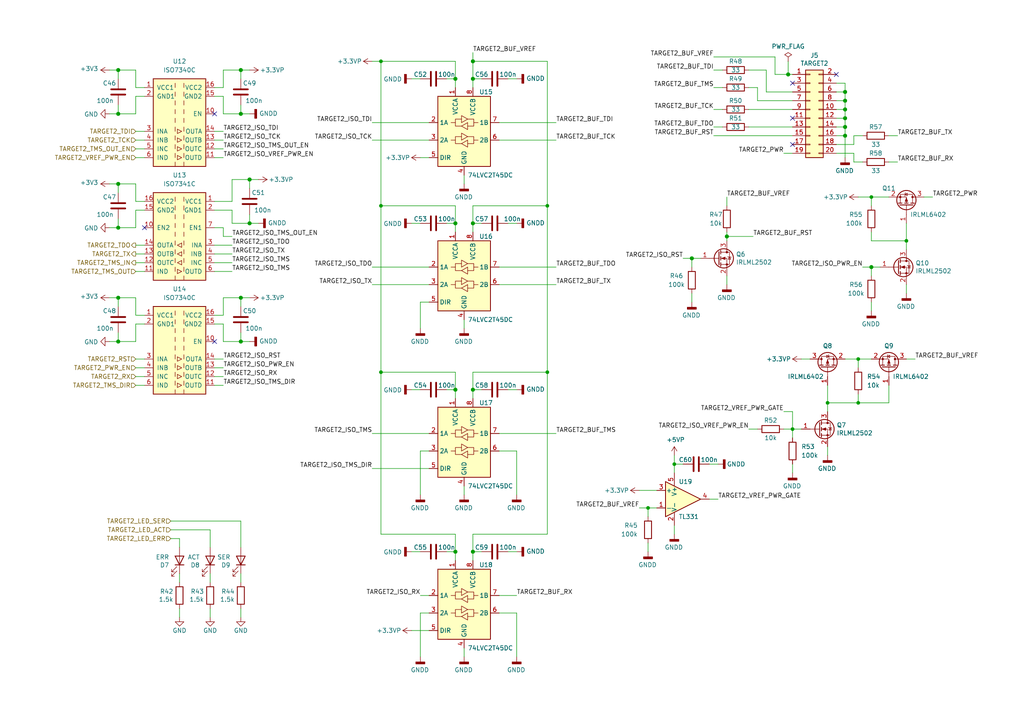
<source format=kicad_sch>
(kicad_sch (version 20210621) (generator eeschema)
  (paper "A4")
  (lib_symbols
    (symbol "Comparator:TL331" (pin_names (offset 0.127))
      (property "Reference" "U" (at 1.27 5.08 0))
      (property "Value" "TL331" (at 3.81 -5.08 0))
      (symbol "TL331_1_1"
        (pin input line (at -7.62 -2.54 0) (length 2.54) (name "-") (number "1"))
        (pin power_in line (at -2.54 -7.62 90) (length 3.81) (name "V-") (number "2"))
        (pin input line (at -7.62 2.54 0) (length 2.54) (name "+") (number "3"))
        (pin open_collector line (at 7.62 0 180) (length 2.54) (name "~") (number "4"))
        (pin power_in line (at -2.54 7.62 270) (length 3.81) (name "V+") (number "5"))
      )
    )
    (symbol "Connector_Generic:Conn_02x10_Odd_Even" (pin_names (offset 1.016) hide)
      (property "Reference" "J" (at 1.27 12.7 0))
      (property "Value" "Conn_02x10_Odd_Even" (at 1.27 -15.24 0))
      (symbol "Conn_02x10_Odd_Even_1_1"
        (pin passive line (at -5.08 10.16 0) (length 3.81) (name "Pin_1") (number "1"))
        (pin passive line (at 7.62 0 180) (length 3.81) (name "Pin_10") (number "10"))
        (pin passive line (at -5.08 -2.54 0) (length 3.81) (name "Pin_11") (number "11"))
        (pin passive line (at 7.62 -2.54 180) (length 3.81) (name "Pin_12") (number "12"))
        (pin passive line (at -5.08 -5.08 0) (length 3.81) (name "Pin_13") (number "13"))
        (pin passive line (at 7.62 -5.08 180) (length 3.81) (name "Pin_14") (number "14"))
        (pin passive line (at -5.08 -7.62 0) (length 3.81) (name "Pin_15") (number "15"))
        (pin passive line (at 7.62 -7.62 180) (length 3.81) (name "Pin_16") (number "16"))
        (pin passive line (at -5.08 -10.16 0) (length 3.81) (name "Pin_17") (number "17"))
        (pin passive line (at 7.62 -10.16 180) (length 3.81) (name "Pin_18") (number "18"))
        (pin passive line (at -5.08 -12.7 0) (length 3.81) (name "Pin_19") (number "19"))
        (pin passive line (at 7.62 10.16 180) (length 3.81) (name "Pin_2") (number "2"))
        (pin passive line (at 7.62 -12.7 180) (length 3.81) (name "Pin_20") (number "20"))
        (pin passive line (at -5.08 7.62 0) (length 3.81) (name "Pin_3") (number "3"))
        (pin passive line (at 7.62 7.62 180) (length 3.81) (name "Pin_4") (number "4"))
        (pin passive line (at -5.08 5.08 0) (length 3.81) (name "Pin_5") (number "5"))
        (pin passive line (at 7.62 5.08 180) (length 3.81) (name "Pin_6") (number "6"))
        (pin passive line (at -5.08 2.54 0) (length 3.81) (name "Pin_7") (number "7"))
        (pin passive line (at 7.62 2.54 180) (length 3.81) (name "Pin_8") (number "8"))
        (pin passive line (at -5.08 0 0) (length 3.81) (name "Pin_9") (number "9"))
      )
    )
    (symbol "Device:C" (pin_numbers hide) (pin_names (offset 0.254))
      (property "Reference" "C" (at 0.635 2.54 0))
      (property "Value" "C" (at 0.635 -2.54 0))
      (symbol "C_1_1"
        (pin passive line (at 0 3.81 270) (length 2.794) (name "~") (number "1"))
        (pin passive line (at 0 -3.81 90) (length 2.794) (name "~") (number "2"))
      )
    )
    (symbol "Device:LED" (pin_numbers hide) (pin_names (offset 1.016) hide)
      (property "Reference" "D" (at 0 2.54 0))
      (property "Value" "LED" (at 0 -2.54 0))
      (symbol "LED_1_1"
        (pin passive line (at -3.81 0 0) (length 2.54) (name "K") (number "1"))
        (pin passive line (at 3.81 0 180) (length 2.54) (name "A") (number "2"))
      )
    )
    (symbol "Device:Q_NMOS_GSD" (pin_names (offset 0) hide)
      (property "Reference" "Q" (at 5.08 1.27 0))
      (property "Value" "Q_NMOS_GSD" (at 5.08 -1.27 0))
      (symbol "Q_NMOS_GSD_1_1"
        (pin input line (at -5.08 0 0) (length 2.54) (name "G") (number "1"))
        (pin passive line (at 2.54 -5.08 90) (length 2.54) (name "S") (number "2"))
        (pin passive line (at 2.54 5.08 270) (length 2.54) (name "D") (number "3"))
      )
    )
    (symbol "Device:R" (pin_numbers hide) (pin_names (offset 0))
      (property "Reference" "R" (at 2.032 0 90))
      (property "Value" "R" (at 0 0 90))
      (symbol "R_1_1"
        (pin passive line (at 0 3.81 270) (length 1.27) (name "~") (number "1"))
        (pin passive line (at 0 -3.81 90) (length 1.27) (name "~") (number "2"))
      )
    )
    (symbol "Isolator:ISO7340C" (pin_names (offset 1.016))
      (property "Reference" "U" (at 0 15.875 0))
      (property "Value" "ISO7340C" (at 0 13.97 0))
      (symbol "ISO7340C_1_1"
        (pin power_in line (at -10.16 10.16 0) (length 2.54) (name "VCC1") (number "1"))
        (pin input line (at 10.16 2.54 180) (length 2.54) (name "EN") (number "10"))
        (pin output line (at 10.16 -10.16 180) (length 2.54) (name "OUTD") (number "11"))
        (pin output line (at 10.16 -7.62 180) (length 2.54) (name "OUTC") (number "12"))
        (pin output line (at 10.16 -5.08 180) (length 2.54) (name "OUTB") (number "13"))
        (pin output line (at 10.16 -2.54 180) (length 2.54) (name "OUTA") (number "14"))
        (pin power_in line (at 10.16 7.62 180) (length 2.54) (name "GND2") (number "15"))
        (pin power_in line (at 10.16 10.16 180) (length 2.54) (name "VCC2") (number "16"))
        (pin power_in line (at -10.16 7.62 0) (length 2.54) (name "GND1") (number "2"))
        (pin input line (at -10.16 -2.54 0) (length 2.54) (name "INA") (number "3"))
        (pin input line (at -10.16 -5.08 0) (length 2.54) (name "INB") (number "4"))
        (pin input line (at -10.16 -7.62 0) (length 2.54) (name "INC") (number "5"))
        (pin input line (at -10.16 -10.16 0) (length 2.54) (name "IND") (number "6"))
        (pin passive line (at -10.16 7.62 0) (length 2.54) hide (name "GND1") (number "8"))
        (pin passive line (at 10.16 7.62 180) (length 2.54) hide (name "GND2") (number "9"))
      )
    )
    (symbol "Isolator:ISO7341C" (pin_names (offset 1.016))
      (property "Reference" "U" (at 0 15.875 0))
      (property "Value" "ISO7341C" (at 0 13.97 0))
      (symbol "ISO7341C_1_1"
        (pin power_in line (at -10.16 10.16 0) (length 2.54) (name "VCC1") (number "1"))
        (pin input line (at 10.16 2.54 180) (length 2.54) (name "EN2") (number "10"))
        (pin input line (at 10.16 -10.16 180) (length 2.54) (name "IND") (number "11"))
        (pin output line (at 10.16 -7.62 180) (length 2.54) (name "OUTC") (number "12"))
        (pin output line (at 10.16 -5.08 180) (length 2.54) (name "OUTB") (number "13"))
        (pin output line (at 10.16 -2.54 180) (length 2.54) (name "OUTA") (number "14"))
        (pin power_in line (at 10.16 7.62 180) (length 2.54) (name "GND2") (number "15"))
        (pin power_in line (at 10.16 10.16 180) (length 2.54) (name "VCC2") (number "16"))
        (pin power_in line (at -10.16 7.62 0) (length 2.54) (name "GND1") (number "2"))
        (pin input line (at -10.16 -2.54 0) (length 2.54) (name "INA") (number "3"))
        (pin input line (at -10.16 -5.08 0) (length 2.54) (name "INB") (number "4"))
        (pin input line (at -10.16 -7.62 0) (length 2.54) (name "INC") (number "5"))
        (pin output line (at -10.16 -10.16 0) (length 2.54) (name "OUTD") (number "6"))
        (pin input line (at -10.16 2.54 0) (length 2.54) (name "EN1") (number "7"))
        (pin passive line (at -10.16 7.62 0) (length 2.54) hide (name "GND1") (number "8"))
        (pin passive line (at 10.16 7.62 180) (length 2.54) hide (name "GND2") (number "9"))
      )
    )
    (symbol "Logic_LevelTranslator:74LVC2T45DC"
      (property "Reference" "U" (at 6.35 -11.43 0))
      (property "Value" "74LVC2T45DC" (at 10.16 11.43 0))
      (symbol "74LVC2T45DC_1_1"
        (pin power_in line (at -2.54 12.7 270) (length 2.54) (name "VCCA") (number "1"))
        (pin bidirectional line (at -10.16 2.54 0) (length 2.54) (name "1A") (number "2"))
        (pin bidirectional line (at -10.16 -2.54 0) (length 2.54) (name "2A") (number "3"))
        (pin power_in line (at 0 -12.7 90) (length 2.54) (name "GND") (number "4"))
        (pin input line (at -10.16 -7.62 0) (length 2.54) (name "DIR") (number "5"))
        (pin bidirectional line (at 10.16 -2.54 180) (length 2.54) (name "2B") (number "6"))
        (pin bidirectional line (at 10.16 2.54 180) (length 2.54) (name "1B") (number "7"))
        (pin power_in line (at 2.54 12.7 270) (length 2.54) (name "VCCB") (number "8"))
      )
    )
    (symbol "Transistor_FET:IRLML6402" (pin_names hide)
      (property "Reference" "Q" (at 5.08 1.905 0))
      (property "Value" "IRLML6402" (at 5.08 0 0))
      (symbol "IRLML6402_1_1"
        (pin input line (at -5.08 0 0) (length 2.54) (name "G") (number "1"))
        (pin passive line (at 2.54 -5.08 90) (length 2.54) (name "S") (number "2"))
        (pin passive line (at 2.54 5.08 270) (length 2.54) (name "D") (number "3"))
      )
    )
    (symbol "power:+3.3VP" (power) (pin_names (offset 0))
      (property "Value" "+3.3VP" (at 0 2.54 0))
      (symbol "+3.3VP_0_0"
        (pin power_in line (at 0 0 90) (length 0) hide (name "+3.3VP") (number "1"))
      )
    )
    (symbol "power:+3V3" (power) (pin_names (offset 0))
      (property "Value" "+3V3" (at 0 3.556 0))
      (symbol "+3V3_1_1"
        (pin power_in line (at 0 0 90) (length 0) hide (name "+3V3") (number "1"))
      )
    )
    (symbol "power:+5VP" (power) (pin_names (offset 0))
      (property "Value" "+5VP" (at 0 3.556 0))
      (symbol "+5VP_1_1"
        (pin power_in line (at 0 0 90) (length 0) hide (name "+5VP") (number "1"))
      )
    )
    (symbol "power:GND" (power) (pin_names (offset 0))
      (property "Value" "GND" (at 0 -3.81 0))
      (symbol "GND_1_1"
        (pin power_in line (at 0 0 270) (length 0) hide (name "GND") (number "1"))
      )
    )
    (symbol "power:GNDD" (power) (pin_names (offset 0))
      (property "Value" "GNDD" (at 0 -3.175 0))
      (symbol "GNDD_1_1"
        (pin power_in line (at 0 0 270) (length 0) hide (name "GNDD") (number "1"))
      )
    )
    (symbol "power:PWR_FLAG" (power) (pin_numbers hide) (pin_names (offset 0) hide)
      (property "Value" "PWR_FLAG" (at 0 3.81 0))
      (symbol "PWR_FLAG_0_0"
        (pin power_out line (at 0 0 90) (length 0) (name "pwr") (number "1"))
      )
    )
  )
  (junction (at 34.29 20.32) (diameter 1.016))
  (junction (at 34.29 33.02) (diameter 1.016))
  (junction (at 34.29 53.34) (diameter 1.016))
  (junction (at 34.29 66.04) (diameter 1.016))
  (junction (at 34.29 86.36) (diameter 1.016))
  (junction (at 34.29 99.06) (diameter 1.016))
  (junction (at 69.85 20.32) (diameter 1.016))
  (junction (at 69.85 33.02) (diameter 1.016))
  (junction (at 69.85 86.36) (diameter 1.016))
  (junction (at 69.85 99.06) (diameter 1.016))
  (junction (at 72.39 52.07) (diameter 1.016))
  (junction (at 72.39 64.77) (diameter 1.016))
  (junction (at 110.49 17.78) (diameter 0.9144))
  (junction (at 110.49 59.69) (diameter 0.9144))
  (junction (at 110.49 107.95) (diameter 0.9144))
  (junction (at 132.08 22.86) (diameter 1.016))
  (junction (at 132.08 64.77) (diameter 1.016))
  (junction (at 132.08 113.03) (diameter 1.016))
  (junction (at 132.08 160.02) (diameter 1.016))
  (junction (at 137.16 17.78) (diameter 1.016))
  (junction (at 137.16 22.86) (diameter 1.016))
  (junction (at 137.16 64.77) (diameter 1.016))
  (junction (at 137.16 113.03) (diameter 1.016))
  (junction (at 137.16 160.02) (diameter 1.016))
  (junction (at 158.75 59.69) (diameter 0.9144))
  (junction (at 158.75 107.95) (diameter 0.9144))
  (junction (at 187.96 147.32) (diameter 0.9144))
  (junction (at 195.58 134.62) (diameter 0.9144))
  (junction (at 200.66 74.93) (diameter 1.016))
  (junction (at 210.82 68.58) (diameter 1.016))
  (junction (at 228.6 21.59) (diameter 1.016))
  (junction (at 229.87 124.46) (diameter 0.9144))
  (junction (at 240.03 116.84) (diameter 0.9144))
  (junction (at 245.11 26.67) (diameter 1.016))
  (junction (at 245.11 29.21) (diameter 1.016))
  (junction (at 245.11 31.75) (diameter 1.016))
  (junction (at 245.11 34.29) (diameter 1.016))
  (junction (at 245.11 36.83) (diameter 1.016))
  (junction (at 245.11 39.37) (diameter 1.016))
  (junction (at 248.92 104.14) (diameter 0.9144))
  (junction (at 248.92 116.84) (diameter 0.9144))
  (junction (at 252.73 57.15) (diameter 0.9144))
  (junction (at 252.73 77.47) (diameter 1.016))
  (junction (at 262.89 69.85) (diameter 0.9144))
  (no_connect (at 41.91 66.04))
  (no_connect (at 62.23 33.02))
  (no_connect (at 62.23 99.06))
  (no_connect (at 229.87 24.13))
  (no_connect (at 229.87 34.29))
  (no_connect (at 229.87 41.91))
  (no_connect (at 242.57 21.59))
  (wire (pts (xy 31.75 20.32) (xy 34.29 20.32)))
  (wire (pts (xy 31.75 33.02) (xy 34.29 33.02)))
  (wire (pts (xy 31.75 53.34) (xy 34.29 53.34)))
  (wire (pts (xy 31.75 66.04) (xy 34.29 66.04)))
  (wire (pts (xy 31.75 86.36) (xy 34.29 86.36)))
  (wire (pts (xy 31.75 99.06) (xy 34.29 99.06)))
  (wire (pts (xy 34.29 20.32) (xy 39.37 20.32)))
  (wire (pts (xy 34.29 22.86) (xy 34.29 20.32)))
  (wire (pts (xy 34.29 30.48) (xy 34.29 33.02)))
  (wire (pts (xy 34.29 33.02) (xy 39.37 33.02)))
  (wire (pts (xy 34.29 53.34) (xy 39.37 53.34)))
  (wire (pts (xy 34.29 55.88) (xy 34.29 53.34)))
  (wire (pts (xy 34.29 63.5) (xy 34.29 66.04)))
  (wire (pts (xy 34.29 66.04) (xy 39.37 66.04)))
  (wire (pts (xy 34.29 86.36) (xy 39.37 86.36)))
  (wire (pts (xy 34.29 88.9) (xy 34.29 86.36)))
  (wire (pts (xy 34.29 96.52) (xy 34.29 99.06)))
  (wire (pts (xy 34.29 99.06) (xy 39.37 99.06)))
  (wire (pts (xy 39.37 20.32) (xy 39.37 25.4)))
  (wire (pts (xy 39.37 25.4) (xy 41.91 25.4)))
  (wire (pts (xy 39.37 27.94) (xy 41.91 27.94)))
  (wire (pts (xy 39.37 33.02) (xy 39.37 27.94)))
  (wire (pts (xy 39.37 38.1) (xy 41.91 38.1)))
  (wire (pts (xy 39.37 40.64) (xy 41.91 40.64)))
  (wire (pts (xy 39.37 43.18) (xy 41.91 43.18)))
  (wire (pts (xy 39.37 45.72) (xy 41.91 45.72)))
  (wire (pts (xy 39.37 53.34) (xy 39.37 58.42)))
  (wire (pts (xy 39.37 58.42) (xy 41.91 58.42)))
  (wire (pts (xy 39.37 60.96) (xy 41.91 60.96)))
  (wire (pts (xy 39.37 66.04) (xy 39.37 60.96)))
  (wire (pts (xy 39.37 71.12) (xy 41.91 71.12)))
  (wire (pts (xy 39.37 73.66) (xy 41.91 73.66)))
  (wire (pts (xy 39.37 76.2) (xy 41.91 76.2)))
  (wire (pts (xy 39.37 78.74) (xy 41.91 78.74)))
  (wire (pts (xy 39.37 86.36) (xy 39.37 91.44)))
  (wire (pts (xy 39.37 91.44) (xy 41.91 91.44)))
  (wire (pts (xy 39.37 93.98) (xy 41.91 93.98)))
  (wire (pts (xy 39.37 99.06) (xy 39.37 93.98)))
  (wire (pts (xy 39.37 104.14) (xy 41.91 104.14)))
  (wire (pts (xy 39.37 106.68) (xy 41.91 106.68)))
  (wire (pts (xy 39.37 109.22) (xy 41.91 109.22)))
  (wire (pts (xy 39.37 111.76) (xy 41.91 111.76)))
  (wire (pts (xy 49.53 151.13) (xy 69.85 151.13)))
  (wire (pts (xy 49.53 153.67) (xy 60.96 153.67)))
  (wire (pts (xy 49.53 156.21) (xy 52.07 156.21)))
  (wire (pts (xy 52.07 158.75) (xy 52.07 156.21)))
  (wire (pts (xy 52.07 166.37) (xy 52.07 168.91)))
  (wire (pts (xy 52.07 176.53) (xy 52.07 179.07)))
  (wire (pts (xy 60.96 158.75) (xy 60.96 153.67)))
  (wire (pts (xy 60.96 166.37) (xy 60.96 168.91)))
  (wire (pts (xy 60.96 176.53) (xy 60.96 179.07)))
  (wire (pts (xy 62.23 38.1) (xy 64.77 38.1)))
  (wire (pts (xy 62.23 40.64) (xy 64.77 40.64)))
  (wire (pts (xy 62.23 43.18) (xy 64.77 43.18)))
  (wire (pts (xy 62.23 45.72) (xy 64.77 45.72)))
  (wire (pts (xy 62.23 58.42) (xy 67.31 58.42)))
  (wire (pts (xy 62.23 60.96) (xy 67.31 60.96)))
  (wire (pts (xy 62.23 66.04) (xy 64.77 66.04)))
  (wire (pts (xy 62.23 71.12) (xy 67.31 71.12)))
  (wire (pts (xy 62.23 73.66) (xy 67.31 73.66)))
  (wire (pts (xy 62.23 76.2) (xy 67.31 76.2)))
  (wire (pts (xy 62.23 78.74) (xy 67.31 78.74)))
  (wire (pts (xy 62.23 104.14) (xy 64.77 104.14)))
  (wire (pts (xy 62.23 106.68) (xy 64.77 106.68)))
  (wire (pts (xy 62.23 109.22) (xy 64.77 109.22)))
  (wire (pts (xy 62.23 111.76) (xy 64.77 111.76)))
  (wire (pts (xy 64.77 20.32) (xy 64.77 25.4)))
  (wire (pts (xy 64.77 25.4) (xy 62.23 25.4)))
  (wire (pts (xy 64.77 27.94) (xy 62.23 27.94)))
  (wire (pts (xy 64.77 33.02) (xy 64.77 27.94)))
  (wire (pts (xy 64.77 66.04) (xy 64.77 68.58)))
  (wire (pts (xy 64.77 68.58) (xy 67.31 68.58)))
  (wire (pts (xy 64.77 86.36) (xy 64.77 91.44)))
  (wire (pts (xy 64.77 91.44) (xy 62.23 91.44)))
  (wire (pts (xy 64.77 93.98) (xy 62.23 93.98)))
  (wire (pts (xy 64.77 99.06) (xy 64.77 93.98)))
  (wire (pts (xy 67.31 52.07) (xy 67.31 58.42)))
  (wire (pts (xy 67.31 64.77) (xy 67.31 60.96)))
  (wire (pts (xy 69.85 20.32) (xy 64.77 20.32)))
  (wire (pts (xy 69.85 22.86) (xy 69.85 20.32)))
  (wire (pts (xy 69.85 30.48) (xy 69.85 33.02)))
  (wire (pts (xy 69.85 33.02) (xy 64.77 33.02)))
  (wire (pts (xy 69.85 86.36) (xy 64.77 86.36)))
  (wire (pts (xy 69.85 88.9) (xy 69.85 86.36)))
  (wire (pts (xy 69.85 96.52) (xy 69.85 99.06)))
  (wire (pts (xy 69.85 99.06) (xy 64.77 99.06)))
  (wire (pts (xy 69.85 151.13) (xy 69.85 158.75)))
  (wire (pts (xy 69.85 166.37) (xy 69.85 168.91)))
  (wire (pts (xy 69.85 176.53) (xy 69.85 179.07)))
  (wire (pts (xy 72.39 20.32) (xy 69.85 20.32)))
  (wire (pts (xy 72.39 33.02) (xy 69.85 33.02)))
  (wire (pts (xy 72.39 52.07) (xy 67.31 52.07)))
  (wire (pts (xy 72.39 54.61) (xy 72.39 52.07)))
  (wire (pts (xy 72.39 62.23) (xy 72.39 64.77)))
  (wire (pts (xy 72.39 64.77) (xy 67.31 64.77)))
  (wire (pts (xy 72.39 86.36) (xy 69.85 86.36)))
  (wire (pts (xy 72.39 99.06) (xy 69.85 99.06)))
  (wire (pts (xy 74.93 52.07) (xy 72.39 52.07)))
  (wire (pts (xy 74.93 64.77) (xy 72.39 64.77)))
  (wire (pts (xy 107.95 17.78) (xy 110.49 17.78)))
  (wire (pts (xy 107.95 35.56) (xy 124.46 35.56)))
  (wire (pts (xy 107.95 40.64) (xy 124.46 40.64)))
  (wire (pts (xy 107.95 77.47) (xy 124.46 77.47)))
  (wire (pts (xy 107.95 82.55) (xy 124.46 82.55)))
  (wire (pts (xy 107.95 125.73) (xy 124.46 125.73)))
  (wire (pts (xy 107.95 135.89) (xy 124.46 135.89)))
  (wire (pts (xy 110.49 17.78) (xy 132.08 17.78)))
  (wire (pts (xy 110.49 59.69) (xy 110.49 17.78)))
  (wire (pts (xy 110.49 59.69) (xy 110.49 107.95)))
  (wire (pts (xy 110.49 59.69) (xy 132.08 59.69)))
  (wire (pts (xy 110.49 107.95) (xy 110.49 154.94)))
  (wire (pts (xy 110.49 107.95) (xy 132.08 107.95)))
  (wire (pts (xy 110.49 154.94) (xy 132.08 154.94)))
  (wire (pts (xy 121.92 22.86) (xy 119.38 22.86)))
  (wire (pts (xy 121.92 64.77) (xy 119.38 64.77)))
  (wire (pts (xy 121.92 95.25) (xy 121.92 87.63)))
  (wire (pts (xy 121.92 113.03) (xy 119.38 113.03)))
  (wire (pts (xy 121.92 130.81) (xy 121.92 143.51)))
  (wire (pts (xy 121.92 160.02) (xy 119.38 160.02)))
  (wire (pts (xy 121.92 177.8) (xy 121.92 190.5)))
  (wire (pts (xy 124.46 45.72) (xy 121.92 45.72)))
  (wire (pts (xy 124.46 87.63) (xy 121.92 87.63)))
  (wire (pts (xy 124.46 130.81) (xy 121.92 130.81)))
  (wire (pts (xy 124.46 172.72) (xy 121.92 172.72)))
  (wire (pts (xy 124.46 177.8) (xy 121.92 177.8)))
  (wire (pts (xy 124.46 182.88) (xy 119.38 182.88)))
  (wire (pts (xy 129.54 22.86) (xy 132.08 22.86)))
  (wire (pts (xy 129.54 64.77) (xy 132.08 64.77)))
  (wire (pts (xy 129.54 113.03) (xy 132.08 113.03)))
  (wire (pts (xy 129.54 160.02) (xy 132.08 160.02)))
  (wire (pts (xy 132.08 17.78) (xy 132.08 22.86)))
  (wire (pts (xy 132.08 22.86) (xy 132.08 25.4)))
  (wire (pts (xy 132.08 64.77) (xy 132.08 59.69)))
  (wire (pts (xy 132.08 64.77) (xy 132.08 67.31)))
  (wire (pts (xy 132.08 107.95) (xy 132.08 113.03)))
  (wire (pts (xy 132.08 113.03) (xy 132.08 115.57)))
  (wire (pts (xy 132.08 154.94) (xy 132.08 160.02)))
  (wire (pts (xy 132.08 160.02) (xy 132.08 162.56)))
  (wire (pts (xy 134.62 53.34) (xy 134.62 50.8)))
  (wire (pts (xy 134.62 95.25) (xy 134.62 92.71)))
  (wire (pts (xy 134.62 143.51) (xy 134.62 140.97)))
  (wire (pts (xy 134.62 190.5) (xy 134.62 187.96)))
  (wire (pts (xy 137.16 15.24) (xy 137.16 17.78)))
  (wire (pts (xy 137.16 17.78) (xy 137.16 22.86)))
  (wire (pts (xy 137.16 22.86) (xy 137.16 25.4)))
  (wire (pts (xy 137.16 59.69) (xy 158.75 59.69)))
  (wire (pts (xy 137.16 64.77) (xy 137.16 59.69)))
  (wire (pts (xy 137.16 64.77) (xy 137.16 67.31)))
  (wire (pts (xy 137.16 107.95) (xy 137.16 113.03)))
  (wire (pts (xy 137.16 107.95) (xy 158.75 107.95)))
  (wire (pts (xy 137.16 113.03) (xy 137.16 115.57)))
  (wire (pts (xy 137.16 154.94) (xy 137.16 160.02)))
  (wire (pts (xy 137.16 160.02) (xy 137.16 162.56)))
  (wire (pts (xy 139.7 22.86) (xy 137.16 22.86)))
  (wire (pts (xy 139.7 64.77) (xy 137.16 64.77)))
  (wire (pts (xy 139.7 113.03) (xy 137.16 113.03)))
  (wire (pts (xy 139.7 160.02) (xy 137.16 160.02)))
  (wire (pts (xy 144.78 35.56) (xy 161.29 35.56)))
  (wire (pts (xy 144.78 40.64) (xy 161.29 40.64)))
  (wire (pts (xy 144.78 77.47) (xy 161.29 77.47)))
  (wire (pts (xy 144.78 82.55) (xy 161.29 82.55)))
  (wire (pts (xy 144.78 125.73) (xy 161.29 125.73)))
  (wire (pts (xy 144.78 130.81) (xy 149.86 130.81)))
  (wire (pts (xy 144.78 172.72) (xy 149.86 172.72)))
  (wire (pts (xy 144.78 177.8) (xy 149.86 177.8)))
  (wire (pts (xy 147.32 22.86) (xy 149.86 22.86)))
  (wire (pts (xy 147.32 64.77) (xy 149.86 64.77)))
  (wire (pts (xy 147.32 113.03) (xy 149.86 113.03)))
  (wire (pts (xy 147.32 160.02) (xy 149.86 160.02)))
  (wire (pts (xy 149.86 130.81) (xy 149.86 143.51)))
  (wire (pts (xy 149.86 177.8) (xy 149.86 190.5)))
  (wire (pts (xy 158.75 17.78) (xy 137.16 17.78)))
  (wire (pts (xy 158.75 59.69) (xy 158.75 17.78)))
  (wire (pts (xy 158.75 59.69) (xy 158.75 107.95)))
  (wire (pts (xy 158.75 107.95) (xy 158.75 154.94)))
  (wire (pts (xy 158.75 154.94) (xy 137.16 154.94)))
  (wire (pts (xy 185.42 142.24) (xy 190.5 142.24)))
  (wire (pts (xy 185.42 147.32) (xy 187.96 147.32)))
  (wire (pts (xy 187.96 147.32) (xy 187.96 149.86)))
  (wire (pts (xy 187.96 147.32) (xy 190.5 147.32)))
  (wire (pts (xy 187.96 157.48) (xy 187.96 160.02)))
  (wire (pts (xy 195.58 132.08) (xy 195.58 134.62)))
  (wire (pts (xy 195.58 134.62) (xy 195.58 137.16)))
  (wire (pts (xy 195.58 152.4) (xy 195.58 154.94)))
  (wire (pts (xy 198.12 134.62) (xy 195.58 134.62)))
  (wire (pts (xy 200.66 74.93) (xy 198.12 74.93)))
  (wire (pts (xy 200.66 74.93) (xy 203.2 74.93)))
  (wire (pts (xy 200.66 77.47) (xy 200.66 74.93)))
  (wire (pts (xy 200.66 87.63) (xy 200.66 85.09)))
  (wire (pts (xy 205.74 134.62) (xy 208.28 134.62)))
  (wire (pts (xy 205.74 144.78) (xy 208.28 144.78)))
  (wire (pts (xy 207.01 16.51) (xy 224.79 16.51)))
  (wire (pts (xy 207.01 20.32) (xy 209.55 20.32)))
  (wire (pts (xy 207.01 25.4) (xy 209.55 25.4)))
  (wire (pts (xy 207.01 31.75) (xy 209.55 31.75)))
  (wire (pts (xy 207.01 36.83) (xy 209.55 36.83)))
  (wire (pts (xy 207.01 39.37) (xy 229.87 39.37)))
  (wire (pts (xy 210.82 57.15) (xy 210.82 59.69)))
  (wire (pts (xy 210.82 67.31) (xy 210.82 68.58)))
  (wire (pts (xy 210.82 68.58) (xy 210.82 69.85)))
  (wire (pts (xy 210.82 68.58) (xy 218.44 68.58)))
  (wire (pts (xy 210.82 82.55) (xy 210.82 80.01)))
  (wire (pts (xy 217.17 25.4) (xy 219.71 25.4)))
  (wire (pts (xy 217.17 31.75) (xy 229.87 31.75)))
  (wire (pts (xy 217.17 36.83) (xy 229.87 36.83)))
  (wire (pts (xy 217.17 124.46) (xy 219.71 124.46)))
  (wire (pts (xy 219.71 25.4) (xy 219.71 29.21)))
  (wire (pts (xy 219.71 29.21) (xy 229.87 29.21)))
  (wire (pts (xy 222.25 20.32) (xy 217.17 20.32)))
  (wire (pts (xy 222.25 26.67) (xy 222.25 20.32)))
  (wire (pts (xy 222.25 26.67) (xy 229.87 26.67)))
  (wire (pts (xy 224.79 21.59) (xy 224.79 16.51)))
  (wire (pts (xy 224.79 21.59) (xy 228.6 21.59)))
  (wire (pts (xy 227.33 119.38) (xy 229.87 119.38)))
  (wire (pts (xy 227.33 124.46) (xy 229.87 124.46)))
  (wire (pts (xy 228.6 17.78) (xy 228.6 21.59)))
  (wire (pts (xy 229.87 21.59) (xy 228.6 21.59)))
  (wire (pts (xy 229.87 44.45) (xy 227.33 44.45)))
  (wire (pts (xy 229.87 124.46) (xy 229.87 119.38)))
  (wire (pts (xy 229.87 124.46) (xy 229.87 127)))
  (wire (pts (xy 229.87 124.46) (xy 232.41 124.46)))
  (wire (pts (xy 229.87 134.62) (xy 229.87 137.16)))
  (wire (pts (xy 232.41 104.14) (xy 234.95 104.14)))
  (wire (pts (xy 240.03 111.76) (xy 240.03 116.84)))
  (wire (pts (xy 240.03 116.84) (xy 248.92 116.84)))
  (wire (pts (xy 240.03 119.38) (xy 240.03 116.84)))
  (wire (pts (xy 240.03 129.54) (xy 240.03 132.08)))
  (wire (pts (xy 242.57 24.13) (xy 245.11 24.13)))
  (wire (pts (xy 242.57 26.67) (xy 245.11 26.67)))
  (wire (pts (xy 242.57 29.21) (xy 245.11 29.21)))
  (wire (pts (xy 242.57 31.75) (xy 245.11 31.75)))
  (wire (pts (xy 242.57 34.29) (xy 245.11 34.29)))
  (wire (pts (xy 242.57 36.83) (xy 245.11 36.83)))
  (wire (pts (xy 242.57 39.37) (xy 245.11 39.37)))
  (wire (pts (xy 242.57 41.91) (xy 247.65 41.91)))
  (wire (pts (xy 242.57 44.45) (xy 247.65 44.45)))
  (wire (pts (xy 245.11 24.13) (xy 245.11 26.67)))
  (wire (pts (xy 245.11 26.67) (xy 245.11 29.21)))
  (wire (pts (xy 245.11 29.21) (xy 245.11 31.75)))
  (wire (pts (xy 245.11 31.75) (xy 245.11 34.29)))
  (wire (pts (xy 245.11 34.29) (xy 245.11 36.83)))
  (wire (pts (xy 245.11 36.83) (xy 245.11 39.37)))
  (wire (pts (xy 245.11 39.37) (xy 245.11 45.72)))
  (wire (pts (xy 245.11 104.14) (xy 248.92 104.14)))
  (wire (pts (xy 247.65 39.37) (xy 250.19 39.37)))
  (wire (pts (xy 247.65 41.91) (xy 247.65 39.37)))
  (wire (pts (xy 247.65 44.45) (xy 247.65 46.99)))
  (wire (pts (xy 247.65 46.99) (xy 250.19 46.99)))
  (wire (pts (xy 248.92 57.15) (xy 252.73 57.15)))
  (wire (pts (xy 248.92 104.14) (xy 248.92 106.68)))
  (wire (pts (xy 248.92 104.14) (xy 252.73 104.14)))
  (wire (pts (xy 248.92 114.3) (xy 248.92 116.84)))
  (wire (pts (xy 248.92 116.84) (xy 257.81 116.84)))
  (wire (pts (xy 252.73 57.15) (xy 252.73 59.69)))
  (wire (pts (xy 252.73 57.15) (xy 257.81 57.15)))
  (wire (pts (xy 252.73 67.31) (xy 252.73 69.85)))
  (wire (pts (xy 252.73 69.85) (xy 262.89 69.85)))
  (wire (pts (xy 252.73 77.47) (xy 250.19 77.47)))
  (wire (pts (xy 252.73 77.47) (xy 255.27 77.47)))
  (wire (pts (xy 252.73 80.01) (xy 252.73 77.47)))
  (wire (pts (xy 252.73 90.17) (xy 252.73 87.63)))
  (wire (pts (xy 257.81 39.37) (xy 260.35 39.37)))
  (wire (pts (xy 257.81 46.99) (xy 260.35 46.99)))
  (wire (pts (xy 257.81 116.84) (xy 257.81 111.76)))
  (wire (pts (xy 262.89 69.85) (xy 262.89 64.77)))
  (wire (pts (xy 262.89 69.85) (xy 262.89 72.39)))
  (wire (pts (xy 262.89 85.09) (xy 262.89 82.55)))
  (wire (pts (xy 262.89 104.14) (xy 265.43 104.14)))
  (wire (pts (xy 267.97 57.15) (xy 270.51 57.15)))
  (label "TARGET2_ISO_TDI" (at 64.77 38.1 0))
  (label "TARGET2_ISO_TCK" (at 64.77 40.64 0))
  (label "TARGET2_ISO_TMS_OUT_EN" (at 64.77 43.18 0))
  (label "TARGET2_ISO_VREF_PWR_EN" (at 64.77 45.72 0))
  (label "TARGET2_ISO_RST" (at 64.77 104.14 0))
  (label "TARGET2_ISO_PWR_EN" (at 64.77 106.68 0))
  (label "TARGET2_ISO_RX" (at 64.77 109.22 0))
  (label "TARGET2_ISO_TMS_DIR" (at 64.77 111.76 0))
  (label "TARGET2_ISO_TMS_OUT_EN" (at 67.31 68.58 0))
  (label "TARGET2_ISO_TDO" (at 67.31 71.12 0))
  (label "TARGET2_ISO_TX" (at 67.31 73.66 0))
  (label "TARGET2_ISO_TMS" (at 67.31 76.2 0))
  (label "TARGET2_ISO_TMS" (at 67.31 78.74 0))
  (label "TARGET2_ISO_TDI" (at 107.95 35.56 180))
  (label "TARGET2_ISO_TCK" (at 107.95 40.64 180))
  (label "TARGET2_ISO_TDO" (at 107.95 77.47 180))
  (label "TARGET2_ISO_TX" (at 107.95 82.55 180))
  (label "TARGET2_ISO_TMS" (at 107.95 125.73 180))
  (label "TARGET2_ISO_TMS_DIR" (at 107.95 135.89 180))
  (label "TARGET2_ISO_RX" (at 121.92 172.72 180))
  (label "TARGET2_BUF_VREF" (at 137.16 15.24 0))
  (label "TARGET2_BUF_RX" (at 149.86 172.72 0))
  (label "TARGET2_BUF_TDI" (at 161.29 35.56 0))
  (label "TARGET2_BUF_TCK" (at 161.29 40.64 0))
  (label "TARGET2_BUF_TDO" (at 161.29 77.47 0))
  (label "TARGET2_BUF_TX" (at 161.29 82.55 0))
  (label "TARGET2_BUF_TMS" (at 161.29 125.73 0))
  (label "TARGET2_BUF_VREF" (at 185.42 147.32 180))
  (label "TARGET2_ISO_RST" (at 198.12 74.93 180))
  (label "TARGET2_BUF_VREF" (at 207.01 16.51 180))
  (label "TARGET2_BUF_TDI" (at 207.01 20.32 180))
  (label "TARGET2_BUF_TMS" (at 207.01 25.4 180))
  (label "TARGET2_BUF_TCK" (at 207.01 31.75 180))
  (label "TARGET2_BUF_TDO" (at 207.01 36.83 180))
  (label "TARGET2_BUF_RST" (at 207.01 39.37 180))
  (label "TARGET2_VREF_PWR_GATE" (at 208.28 144.78 0))
  (label "TARGET2_BUF_VREF" (at 210.82 57.15 0))
  (label "TARGET2_ISO_VREF_PWR_EN" (at 217.17 124.46 180))
  (label "TARGET2_BUF_RST" (at 218.44 68.58 0))
  (label "TARGET2_PWR" (at 227.33 44.45 180))
  (label "TARGET2_VREF_PWR_GATE" (at 227.33 119.38 180))
  (label "TARGET2_ISO_PWR_EN" (at 250.19 77.47 180))
  (label "TARGET2_BUF_TX" (at 260.35 39.37 0))
  (label "TARGET2_BUF_RX" (at 260.35 46.99 0))
  (label "TARGET2_BUF_VREF" (at 265.43 104.14 0))
  (label "TARGET2_PWR" (at 270.51 57.15 0))
  (hierarchical_label "TARGET2_TDI" (shape input) (at 39.37 38.1 180))
  (hierarchical_label "TARGET2_TCK" (shape input) (at 39.37 40.64 180))
  (hierarchical_label "TARGET2_TMS_OUT_EN" (shape input) (at 39.37 43.18 180))
  (hierarchical_label "TARGET2_VREF_PWR_EN" (shape input) (at 39.37 45.72 180))
  (hierarchical_label "TARGET2_TDO" (shape output) (at 39.37 71.12 180))
  (hierarchical_label "TARGET2_TX" (shape output) (at 39.37 73.66 180))
  (hierarchical_label "TARGET2_TMS_IN" (shape output) (at 39.37 76.2 180))
  (hierarchical_label "TARGET2_TMS_OUT" (shape input) (at 39.37 78.74 180))
  (hierarchical_label "TARGET2_RST" (shape input) (at 39.37 104.14 180))
  (hierarchical_label "TARGET2_PWR_EN" (shape input) (at 39.37 106.68 180))
  (hierarchical_label "TARGET2_RX" (shape input) (at 39.37 109.22 180))
  (hierarchical_label "TARGET2_TMS_DIR" (shape input) (at 39.37 111.76 180))
  (hierarchical_label "TARGET2_LED_SER" (shape input) (at 49.53 151.13 180))
  (hierarchical_label "TARGET2_LED_ACT" (shape input) (at 49.53 153.67 180))
  (hierarchical_label "TARGET2_LED_ERR" (shape input) (at 49.53 156.21 180))
  (symbol (lib_id "power:+3V3") (at 31.75 20.32 90) (unit 1)
    (property "Reference" "#PWR0105" (effects hide))
    (property "Value" "+3V3" (at 28.4988 19.939 90) (effects (justify left)))
  )
  (symbol (lib_id "power:+3V3") (at 31.75 53.34 90) (unit 1)
    (property "Reference" "#PWR0107" (effects hide))
    (property "Value" "+3V3" (at 28.4988 52.959 90) (effects (justify left)))
  )
  (symbol (lib_id "power:+3V3") (at 31.75 86.36 90) (unit 1)
    (property "Reference" "#PWR0109" (effects hide))
    (property "Value" "+3V3" (at 28.4988 85.979 90) (effects (justify left)))
  )
  (symbol (lib_id "power:+3.3VP") (at 72.39 20.32 270) (unit 1)
    (property "Reference" "#PWR0114" (effects hide))
    (property "Value" "+3.3VP" (at 82.55 20.3201 90) (effects (justify right)))
  )
  (symbol (lib_id "power:+3.3VP") (at 72.39 86.36 270) (unit 1)
    (property "Reference" "#PWR0116" (effects hide))
    (property "Value" "+3.3VP" (at 82.55 86.3601 90) (effects (justify right)))
  )
  (symbol (lib_id "power:+3.3VP") (at 74.93 52.07 270) (unit 1)
    (property "Reference" "#PWR0118" (effects hide))
    (property "Value" "+3.3VP" (at 85.09 52.0701 90) (effects (justify right)))
  )
  (symbol (lib_id "power:+3.3VP") (at 107.95 17.78 90) (unit 1)
    (property "Reference" "#PWR0120" (effects hide))
    (property "Value" "+3.3VP" (at 97.79 17.7799 90) (effects (justify right)))
  )
  (symbol (lib_id "power:+3.3VP") (at 119.38 182.88 90) (unit 1)
    (property "Reference" "#PWR0125" (effects hide))
    (property "Value" "+3.3VP" (at 109.22 182.8799 90) (effects (justify right)))
  )
  (symbol (lib_id "power:+3.3VP") (at 121.92 45.72 90) (unit 1)
    (property "Reference" "#PWR0126" (effects hide))
    (property "Value" "+3.3VP" (at 111.76 45.7199 90) (effects (justify right)))
  )
  (symbol (lib_id "power:+3.3VP") (at 185.42 142.24 90) (unit 1)
    (property "Reference" "#PWR0140" (effects hide))
    (property "Value" "+3.3VP" (at 175.26 142.2399 90) (effects (justify right)))
  )
  (symbol (lib_id "power:+5VP") (at 195.58 132.08 0) (unit 1)
    (property "Reference" "#PWR0142" (effects hide))
    (property "Value" "+5VP" (at 195.961 127.5588 0))
  )
  (symbol (lib_id "power:+3.3VP") (at 232.41 104.14 90) (unit 1)
    (property "Reference" "#PWR0148" (effects hide))
    (property "Value" "+3.3VP" (at 222.25 104.1399 90) (effects (justify right)))
  )
  (symbol (lib_id "power:+3.3VP") (at 248.92 57.15 90) (unit 1)
    (property "Reference" "#PWR0151" (effects hide))
    (property "Value" "+3.3VP" (at 238.76 57.1499 90) (effects (justify right)))
  )
  (symbol (lib_id "power:PWR_FLAG") (at 228.6 17.78 0) (unit 1)
    (property "Reference" "#FLG05" (effects hide))
    (property "Value" "PWR_FLAG" (at 228.6 13.462 0))
  )
  (symbol (lib_id "power:GNDD") (at 72.39 33.02 90) (unit 1)
    (property "Reference" "#PWR0115" (effects hide))
    (property "Value" "GNDD" (at 75.184 32.9184 90) (effects (justify right)))
  )
  (symbol (lib_id "power:GNDD") (at 72.39 99.06 90) (unit 1)
    (property "Reference" "#PWR0117" (effects hide))
    (property "Value" "GNDD" (at 75.184 98.9584 90) (effects (justify right)))
  )
  (symbol (lib_id "power:GNDD") (at 74.93 64.77 90) (unit 1)
    (property "Reference" "#PWR0119" (effects hide))
    (property "Value" "GNDD" (at 77.724 64.6684 90) (effects (justify right)))
  )
  (symbol (lib_id "power:GNDD") (at 119.38 22.86 270) (unit 1)
    (property "Reference" "#PWR0121" (effects hide))
    (property "Value" "GNDD" (at 116.586 22.9616 90) (effects (justify right)))
  )
  (symbol (lib_id "power:GNDD") (at 119.38 64.77 270) (unit 1)
    (property "Reference" "#PWR0122" (effects hide))
    (property "Value" "GNDD" (at 116.586 64.8716 90) (effects (justify right)))
  )
  (symbol (lib_id "power:GNDD") (at 119.38 113.03 270) (unit 1)
    (property "Reference" "#PWR0123" (effects hide))
    (property "Value" "GNDD" (at 116.586 113.1316 90) (effects (justify right)))
  )
  (symbol (lib_id "power:GNDD") (at 119.38 160.02 270) (unit 1)
    (property "Reference" "#PWR0124" (effects hide))
    (property "Value" "GNDD" (at 116.586 160.1216 90) (effects (justify right)))
  )
  (symbol (lib_id "power:GNDD") (at 121.92 95.25 0) (unit 1)
    (property "Reference" "#PWR0127" (effects hide))
    (property "Value" "GNDD" (at 124.46 99.06 0) (effects (justify right)))
  )
  (symbol (lib_id "power:GNDD") (at 121.92 143.51 0) (unit 1)
    (property "Reference" "#PWR0128" (effects hide))
    (property "Value" "GNDD" (at 124.46 147.32 0) (effects (justify right)))
  )
  (symbol (lib_id "power:GNDD") (at 121.92 190.5 0) (unit 1)
    (property "Reference" "#PWR0129" (effects hide))
    (property "Value" "GNDD" (at 124.46 194.31 0) (effects (justify right)))
  )
  (symbol (lib_id "power:GNDD") (at 134.62 53.34 0) (unit 1)
    (property "Reference" "#PWR0130" (effects hide))
    (property "Value" "GNDD" (at 137.16 57.15 0) (effects (justify right)))
  )
  (symbol (lib_id "power:GNDD") (at 134.62 95.25 0) (unit 1)
    (property "Reference" "#PWR0131" (effects hide))
    (property "Value" "GNDD" (at 137.16 99.06 0) (effects (justify right)))
  )
  (symbol (lib_id "power:GNDD") (at 134.62 143.51 0) (unit 1)
    (property "Reference" "#PWR0132" (effects hide))
    (property "Value" "GNDD" (at 137.16 147.32 0) (effects (justify right)))
  )
  (symbol (lib_id "power:GNDD") (at 134.62 190.5 0) (unit 1)
    (property "Reference" "#PWR0133" (effects hide))
    (property "Value" "GNDD" (at 137.16 194.31 0) (effects (justify right)))
  )
  (symbol (lib_id "power:GNDD") (at 149.86 22.86 90) (unit 1)
    (property "Reference" "#PWR0134" (effects hide))
    (property "Value" "GNDD" (at 152.654 22.7584 90) (effects (justify right)))
  )
  (symbol (lib_id "power:GNDD") (at 149.86 64.77 90) (unit 1)
    (property "Reference" "#PWR0135" (effects hide))
    (property "Value" "GNDD" (at 152.654 64.6684 90) (effects (justify right)))
  )
  (symbol (lib_id "power:GNDD") (at 149.86 113.03 90) (unit 1)
    (property "Reference" "#PWR0136" (effects hide))
    (property "Value" "GNDD" (at 152.654 112.9284 90) (effects (justify right)))
  )
  (symbol (lib_id "power:GNDD") (at 149.86 143.51 0) (unit 1)
    (property "Reference" "#PWR0137" (effects hide))
    (property "Value" "GNDD" (at 152.4 147.32 0) (effects (justify right)))
  )
  (symbol (lib_id "power:GNDD") (at 149.86 160.02 90) (unit 1)
    (property "Reference" "#PWR0138" (effects hide))
    (property "Value" "GNDD" (at 152.654 159.9184 90) (effects (justify right)))
  )
  (symbol (lib_id "power:GNDD") (at 149.86 190.5 0) (unit 1)
    (property "Reference" "#PWR0139" (effects hide))
    (property "Value" "GNDD" (at 152.4 194.31 0) (effects (justify right)))
  )
  (symbol (lib_id "power:GNDD") (at 187.96 160.02 0) (unit 1)
    (property "Reference" "#PWR0141" (effects hide))
    (property "Value" "GNDD" (at 190.5 163.83 0) (effects (justify right)))
  )
  (symbol (lib_id "power:GNDD") (at 195.58 154.94 0) (unit 1)
    (property "Reference" "#PWR0143" (effects hide))
    (property "Value" "GNDD" (at 198.12 158.75 0) (effects (justify right)))
  )
  (symbol (lib_id "power:GNDD") (at 200.66 87.63 0) (unit 1)
    (property "Reference" "#PWR0144" (effects hide))
    (property "Value" "GNDD" (at 203.2 91.44 0) (effects (justify right)))
  )
  (symbol (lib_id "power:GNDD") (at 208.28 134.62 90) (unit 1)
    (property "Reference" "#PWR0145" (effects hide))
    (property "Value" "GNDD" (at 210.82 134.62 90) (effects (justify right)))
  )
  (symbol (lib_id "power:GNDD") (at 210.82 82.55 0) (unit 1)
    (property "Reference" "#PWR0146" (effects hide))
    (property "Value" "GNDD" (at 213.36 86.36 0) (effects (justify right)))
  )
  (symbol (lib_id "power:GNDD") (at 229.87 137.16 0) (unit 1)
    (property "Reference" "#PWR0147" (effects hide))
    (property "Value" "GNDD" (at 232.41 140.97 0) (effects (justify right)))
  )
  (symbol (lib_id "power:GNDD") (at 240.03 132.08 0) (unit 1)
    (property "Reference" "#PWR0149" (effects hide))
    (property "Value" "GNDD" (at 242.57 135.89 0) (effects (justify right)))
  )
  (symbol (lib_id "power:GNDD") (at 245.11 45.72 0) (unit 1)
    (property "Reference" "#PWR0150" (effects hide))
    (property "Value" "GNDD" (at 247.65 49.53 0) (effects (justify right)))
  )
  (symbol (lib_id "power:GNDD") (at 252.73 90.17 0) (unit 1)
    (property "Reference" "#PWR0152" (effects hide))
    (property "Value" "GNDD" (at 255.27 93.98 0) (effects (justify right)))
  )
  (symbol (lib_id "power:GNDD") (at 262.89 85.09 0) (unit 1)
    (property "Reference" "#PWR0153" (effects hide))
    (property "Value" "GNDD" (at 265.43 88.9 0) (effects (justify right)))
  )
  (symbol (lib_id "power:GND") (at 31.75 33.02 270) (unit 1)
    (property "Reference" "#PWR0106" (effects hide))
    (property "Value" "GND" (at 28.4988 33.147 90) (effects (justify right)))
  )
  (symbol (lib_id "power:GND") (at 31.75 66.04 270) (unit 1)
    (property "Reference" "#PWR0108" (effects hide))
    (property "Value" "GND" (at 28.4988 66.167 90) (effects (justify right)))
  )
  (symbol (lib_id "power:GND") (at 31.75 99.06 270) (unit 1)
    (property "Reference" "#PWR0110" (effects hide))
    (property "Value" "GND" (at 28.4988 99.187 90) (effects (justify right)))
  )
  (symbol (lib_id "power:GND") (at 52.07 179.07 0) (unit 1)
    (property "Reference" "#PWR0111" (effects hide))
    (property "Value" "GND" (at 52.07 182.88 0))
  )
  (symbol (lib_id "power:GND") (at 60.96 179.07 0) (unit 1)
    (property "Reference" "#PWR0112" (effects hide))
    (property "Value" "GND" (at 60.96 182.88 0))
  )
  (symbol (lib_id "power:GND") (at 69.85 179.07 0) (unit 1)
    (property "Reference" "#PWR0113" (effects hide))
    (property "Value" "GND" (at 69.85 182.88 0))
  )
  (symbol (lib_id "Device:R") (at 52.07 172.72 0) (mirror y) (unit 1)
    (property "Reference" "R42" (at 50.292 171.5516 0) (effects (justify left)))
    (property "Value" "1.5k" (at 50.292 173.863 0) (effects (justify left)))
    (property "Footprint" "Resistor_SMD:R_0402_1005Metric" (effects hide))
    (property "Part Number" "RC0402FR-071K5L" (effects hide))
  )
  (symbol (lib_id "Device:R") (at 60.96 172.72 0) (mirror y) (unit 1)
    (property "Reference" "R43" (at 59.182 171.5516 0) (effects (justify left)))
    (property "Value" "1.5k" (at 59.182 173.863 0) (effects (justify left)))
    (property "Footprint" "Resistor_SMD:R_0402_1005Metric" (effects hide))
    (property "Part Number" "RC0402FR-071K5L" (effects hide))
  )
  (symbol (lib_id "Device:R") (at 69.85 172.72 0) (mirror y) (unit 1)
    (property "Reference" "R44" (at 68.072 171.5516 0) (effects (justify left)))
    (property "Value" "1.5k" (at 68.072 173.863 0) (effects (justify left)))
    (property "Footprint" "Resistor_SMD:R_0402_1005Metric" (effects hide))
    (property "Part Number" "RC0402FR-071K5L" (effects hide))
  )
  (symbol (lib_id "Device:R") (at 187.96 153.67 0) (mirror x) (unit 1)
    (property "Reference" "R45" (at 184.9762 152.3999 0) (effects (justify right)))
    (property "Value" "100k" (at 184.9762 154.9399 0) (effects (justify right)))
    (property "Footprint" "Resistor_SMD:R_0402_1005Metric" (effects hide))
  )
  (symbol (lib_id "Device:R") (at 200.66 81.28 0) (mirror y) (unit 1)
    (property "Reference" "R46" (at 196.215 80.01 0))
    (property "Value" "100k" (at 196.215 82.55 0))
    (property "Footprint" "Resistor_SMD:R_0402_1005Metric" (effects hide))
    (property "Part Number" "RC0402FR-0710KL" (effects hide))
  )
  (symbol (lib_id "Device:R") (at 210.82 63.5 0) (mirror y) (unit 1)
    (property "Reference" "R47" (at 207.645 62.23 0))
    (property "Value" "10k" (at 207.645 64.77 0))
    (property "Footprint" "Resistor_SMD:R_0402_1005Metric" (effects hide))
    (property "Part Number" "RC0402FR-0710KL" (effects hide))
  )
  (symbol (lib_id "Device:R") (at 213.36 20.32 90) (unit 1)
    (property "Reference" "R48" (at 213.36 17.78 90))
    (property "Value" "33" (at 213.36 20.32 90))
    (property "Footprint" "Resistor_SMD:R_0402_1005Metric" (effects hide))
    (property "Part Number" "RC0402FR-07100KL" (effects hide))
  )
  (symbol (lib_id "Device:R") (at 213.36 25.4 90) (unit 1)
    (property "Reference" "R49" (at 213.36 22.86 90))
    (property "Value" "33" (at 213.36 25.4 90))
    (property "Footprint" "Resistor_SMD:R_0402_1005Metric" (effects hide))
    (property "Part Number" "RC0402FR-07100KL" (effects hide))
  )
  (symbol (lib_id "Device:R") (at 213.36 31.75 90) (unit 1)
    (property "Reference" "R50" (at 213.36 29.21 90))
    (property "Value" "33" (at 213.36 31.75 90))
    (property "Footprint" "Resistor_SMD:R_0402_1005Metric" (effects hide))
    (property "Part Number" "RC0402FR-07100KL" (effects hide))
  )
  (symbol (lib_id "Device:R") (at 213.36 36.83 90) (unit 1)
    (property "Reference" "R51" (at 213.36 34.29 90))
    (property "Value" "33" (at 213.36 36.83 90))
    (property "Footprint" "Resistor_SMD:R_0402_1005Metric" (effects hide))
    (property "Part Number" "RC0402FR-07100KL" (effects hide))
  )
  (symbol (lib_id "Device:R") (at 223.52 124.46 90) (unit 1)
    (property "Reference" "R52" (at 223.52 121.92 90))
    (property "Value" "10k" (at 223.52 127 90))
    (property "Footprint" "Resistor_SMD:R_0402_1005Metric" (effects hide))
  )
  (symbol (lib_id "Device:R") (at 229.87 130.81 0) (unit 1)
    (property "Reference" "R53" (at 232.41 129.5399 0) (effects (justify left)))
    (property "Value" "100k" (at 232.41 132.0799 0) (effects (justify left)))
    (property "Footprint" "Resistor_SMD:R_0402_1005Metric" (effects hide))
  )
  (symbol (lib_id "Device:R") (at 248.92 110.49 0) (unit 1)
    (property "Reference" "R54" (at 251.46 109.2199 0) (effects (justify left)))
    (property "Value" "10k" (at 251.46 111.7599 0) (effects (justify left)))
    (property "Footprint" "Resistor_SMD:R_0402_1005Metric" (effects hide))
  )
  (symbol (lib_id "Device:R") (at 252.73 63.5 0) (mirror x) (unit 1)
    (property "Reference" "R55" (at 250.19 62.2299 0) (effects (justify right)))
    (property "Value" "100k" (at 250.19 64.7699 0) (effects (justify right)))
    (property "Footprint" "Resistor_SMD:R_0402_1005Metric" (effects hide))
  )
  (symbol (lib_id "Device:R") (at 252.73 83.82 0) (mirror y) (unit 1)
    (property "Reference" "R56" (at 248.285 82.55 0))
    (property "Value" "100k" (at 248.285 85.09 0))
    (property "Footprint" "Resistor_SMD:R_0402_1005Metric" (effects hide))
    (property "Part Number" "RC0402FR-0710KL" (effects hide))
  )
  (symbol (lib_id "Device:R") (at 254 39.37 90) (unit 1)
    (property "Reference" "R57" (at 254 36.83 90))
    (property "Value" "33" (at 254 41.91 90))
    (property "Footprint" "Resistor_SMD:R_0402_1005Metric" (effects hide))
    (property "Part Number" "RC0402FR-07100KL" (effects hide))
  )
  (symbol (lib_id "Device:R") (at 254 46.99 90) (unit 1)
    (property "Reference" "R58" (at 254 44.45 90))
    (property "Value" "33" (at 254 49.53 90))
    (property "Footprint" "Resistor_SMD:R_0402_1005Metric" (effects hide))
    (property "Part Number" "RC0402FR-07100KL" (effects hide))
  )
  (symbol (lib_id "Device:LED") (at 52.07 162.56 270) (mirror x) (unit 1)
    (property "Reference" "D7" (at 49.0728 163.9062 90) (effects (justify right)))
    (property "Value" "ERR" (at 49.0728 161.5948 90) (effects (justify right)))
    (property "Footprint" "LED_SMD:LED_0603_1608Metric" (effects hide))
  )
  (symbol (lib_id "Device:LED") (at 60.96 162.56 270) (mirror x) (unit 1)
    (property "Reference" "D8" (at 57.9628 163.9062 90) (effects (justify right)))
    (property "Value" "ACT" (at 57.9628 161.5948 90) (effects (justify right)))
    (property "Footprint" "LED_SMD:LED_0603_1608Metric" (effects hide))
  )
  (symbol (lib_id "Device:LED") (at 69.85 162.56 270) (mirror x) (unit 1)
    (property "Reference" "D9" (at 66.8528 163.9062 90) (effects (justify right)))
    (property "Value" "SER" (at 66.8528 161.5948 90) (effects (justify right)))
    (property "Footprint" "LED_SMD:LED_0603_1608Metric" (effects hide))
    (property "Part Number" "FYLS-0603UYC" (effects hide))
  )
  (symbol (lib_id "Device:C") (at 34.29 26.67 0) (mirror x) (unit 1)
    (property "Reference" "C46" (at 31.75 24.13 0))
    (property "Value" "100n" (at 30.48 29.21 0))
    (property "Footprint" "Capacitor_SMD:C_0402_1005Metric" (effects hide))
    (property "Part Number" "CC0402KRX7R7BB104" (effects hide))
  )
  (symbol (lib_id "Device:C") (at 34.29 59.69 0) (mirror x) (unit 1)
    (property "Reference" "C47" (at 31.75 57.15 0))
    (property "Value" "100n" (at 30.48 62.23 0))
    (property "Footprint" "Capacitor_SMD:C_0402_1005Metric" (effects hide))
    (property "Part Number" "CC0402KRX7R7BB104" (effects hide))
  )
  (symbol (lib_id "Device:C") (at 34.29 92.71 0) (mirror x) (unit 1)
    (property "Reference" "C48" (at 31.75 90.17 0))
    (property "Value" "100n" (at 30.48 95.25 0))
    (property "Footprint" "Capacitor_SMD:C_0402_1005Metric" (effects hide))
    (property "Part Number" "CC0402KRX7R7BB104" (effects hide))
  )
  (symbol (lib_id "Device:C") (at 69.85 26.67 180) (unit 1)
    (property "Reference" "C49" (at 72.39 24.13 0))
    (property "Value" "100n" (at 73.66 29.21 0))
    (property "Footprint" "Capacitor_SMD:C_0402_1005Metric" (effects hide))
    (property "Part Number" "CC0402KRX7R7BB104" (effects hide))
  )
  (symbol (lib_id "Device:C") (at 69.85 92.71 180) (unit 1)
    (property "Reference" "C50" (at 72.39 90.17 0))
    (property "Value" "100n" (at 73.66 95.25 0))
    (property "Footprint" "Capacitor_SMD:C_0402_1005Metric" (effects hide))
    (property "Part Number" "CC0402KRX7R7BB104" (effects hide))
  )
  (symbol (lib_id "Device:C") (at 72.39 58.42 180) (unit 1)
    (property "Reference" "C51" (at 74.93 55.88 0))
    (property "Value" "100n" (at 76.2 60.96 0))
    (property "Footprint" "Capacitor_SMD:C_0402_1005Metric" (effects hide))
    (property "Part Number" "CC0402KRX7R7BB104" (effects hide))
  )
  (symbol (lib_id "Device:C") (at 125.73 22.86 90) (mirror x) (unit 1)
    (property "Reference" "C52" (at 121.92 21.59 90))
    (property "Value" "100n" (at 129.54 21.59 90))
    (property "Footprint" "Capacitor_SMD:C_0402_1005Metric" (effects hide))
    (property "Part Number" "CC0402KRX7R7BB104" (effects hide))
  )
  (symbol (lib_id "Device:C") (at 125.73 64.77 90) (mirror x) (unit 1)
    (property "Reference" "C53" (at 121.92 63.5 90))
    (property "Value" "100n" (at 129.54 63.5 90))
    (property "Footprint" "Capacitor_SMD:C_0402_1005Metric" (effects hide))
    (property "Part Number" "CC0402KRX7R7BB104" (effects hide))
  )
  (symbol (lib_id "Device:C") (at 125.73 113.03 90) (mirror x) (unit 1)
    (property "Reference" "C54" (at 121.92 111.76 90))
    (property "Value" "100n" (at 129.54 111.76 90))
    (property "Footprint" "Capacitor_SMD:C_0402_1005Metric" (effects hide))
    (property "Part Number" "CC0402KRX7R7BB104" (effects hide))
  )
  (symbol (lib_id "Device:C") (at 125.73 160.02 90) (mirror x) (unit 1)
    (property "Reference" "C55" (at 121.92 158.75 90))
    (property "Value" "100n" (at 129.54 158.75 90))
    (property "Footprint" "Capacitor_SMD:C_0402_1005Metric" (effects hide))
    (property "Part Number" "CC0402KRX7R7BB104" (effects hide))
  )
  (symbol (lib_id "Device:C") (at 143.51 22.86 270) (unit 1)
    (property "Reference" "C56" (at 139.7 21.59 90))
    (property "Value" "100n" (at 147.32 21.59 90))
    (property "Footprint" "Capacitor_SMD:C_0402_1005Metric" (effects hide))
    (property "Part Number" "CC0402KRX7R7BB104" (effects hide))
  )
  (symbol (lib_id "Device:C") (at 143.51 64.77 270) (unit 1)
    (property "Reference" "C57" (at 139.7 63.5 90))
    (property "Value" "100n" (at 148.59 63.5 90))
    (property "Footprint" "Capacitor_SMD:C_0402_1005Metric" (effects hide))
    (property "Part Number" "CC0402KRX7R7BB104" (effects hide))
  )
  (symbol (lib_id "Device:C") (at 143.51 113.03 270) (unit 1)
    (property "Reference" "C58" (at 139.7 111.76 90))
    (property "Value" "100n" (at 147.32 111.76 90))
    (property "Footprint" "Capacitor_SMD:C_0402_1005Metric" (effects hide))
    (property "Part Number" "CC0402KRX7R7BB104" (effects hide))
  )
  (symbol (lib_id "Device:C") (at 143.51 160.02 270) (unit 1)
    (property "Reference" "C59" (at 139.7 158.75 90))
    (property "Value" "100n" (at 147.32 158.75 90))
    (property "Footprint" "Capacitor_SMD:C_0402_1005Metric" (effects hide))
    (property "Part Number" "CC0402KRX7R7BB104" (effects hide))
  )
  (symbol (lib_id "Device:C") (at 201.93 134.62 90) (unit 1)
    (property "Reference" "C60" (at 196.8501 133.35 90) (effects (justify right)))
    (property "Value" "100n" (at 203.2001 133.35 90) (effects (justify right)))
    (property "Footprint" "Capacitor_SMD:C_0402_1005Metric" (effects hide))
  )
  (symbol (lib_id "Device:Q_NMOS_GSD") (at 208.28 74.93 0) (unit 1)
    (property "Reference" "Q6" (at 213.4616 73.7616 0) (effects (justify left)))
    (property "Value" "IRLML2502" (at 213.4616 76.073 0) (effects (justify left)))
    (property "Footprint" "Package_TO_SOT_SMD:SOT-23" (effects hide))
    (property "Part Number" "IRLML2502TRPBF" (effects hide))
  )
  (symbol (lib_id "Device:Q_NMOS_GSD") (at 237.49 124.46 0) (unit 1)
    (property "Reference" "Q7" (at 242.6716 123.2916 0) (effects (justify left)))
    (property "Value" "IRLML2502" (at 242.6716 125.603 0) (effects (justify left)))
    (property "Footprint" "Package_TO_SOT_SMD:SOT-23" (effects hide))
    (property "Part Number" "IRLML2502TRPBF" (effects hide))
  )
  (symbol (lib_id "Transistor_FET:IRLML6402") (at 240.03 106.68 90) (unit 1)
    (property "Reference" "Q8" (at 240.03 100.33 90))
    (property "Value" "IRLML6402" (at 233.68 109.22 90))
    (property "Footprint" "Package_TO_SOT_SMD:SOT-23" (effects hide))
    (property "Datasheet" "https://www.infineon.com/dgdl/irlml6402pbf.pdf?fileId=5546d462533600a401535668d5c2263c" (effects hide))
  )
  (symbol (lib_id "Transistor_FET:IRLML6402") (at 257.81 106.68 270) (mirror x) (unit 1)
    (property "Reference" "Q9" (at 257.81 100.33 90))
    (property "Value" "IRLML6402" (at 264.16 109.22 90))
    (property "Footprint" "Package_TO_SOT_SMD:SOT-23" (effects hide))
    (property "Datasheet" "https://www.infineon.com/dgdl/irlml6402pbf.pdf?fileId=5546d462533600a401535668d5c2263c" (effects hide))
  )
  (symbol (lib_id "Device:Q_NMOS_GSD") (at 260.35 77.47 0) (unit 1)
    (property "Reference" "Q10" (at 265.5316 76.3016 0) (effects (justify left)))
    (property "Value" "IRLML2502" (at 265.5316 78.613 0) (effects (justify left)))
    (property "Footprint" "Package_TO_SOT_SMD:SOT-23" (effects hide))
    (property "Part Number" "IRLML2502TRPBF" (effects hide))
  )
  (symbol (lib_id "Transistor_FET:IRLML6402") (at 262.89 59.69 270) (mirror x) (unit 1)
    (property "Reference" "Q11" (at 257.81 54.61 90))
    (property "Value" "IRLML6402" (at 269.24 62.23 90))
    (property "Footprint" "Package_TO_SOT_SMD:SOT-23" (effects hide))
    (property "Datasheet" "https://www.infineon.com/dgdl/irlml6402pbf.pdf?fileId=5546d462533600a401535668d5c2263c" (effects hide))
  )
  (symbol (lib_id "Comparator:TL331") (at 198.12 144.78 0) (unit 1)
    (property "Reference" "U19" (at 196.85 139.6999 0) (effects (justify left)))
    (property "Value" "TL331" (at 196.85 149.8599 0) (effects (justify left)))
    (property "Footprint" "Package_TO_SOT_SMD:SOT-23-5" (effects hide))
    (property "Datasheet" "http://www.ti.com/lit/ds/symlink/tl331.pdf" (effects hide))
  )
  (symbol (lib_id "Connector_Generic:Conn_02x10_Odd_Even") (at 234.95 31.75 0) (unit 1)
    (property "Reference" "J5" (at 236.22 16.0782 0))
    (property "Value" "TARGET2" (at 236.22 18.3896 0))
    (property "Footprint" "Connector_IDC:IDC-Header_2x10_P2.54mm_Horizontal" (effects hide))
    (property "Part Number" "BH-20R" (effects hide))
  )
  (symbol (lib_id "Isolator:ISO7340C") (at 52.07 35.56 0) (unit 1)
    (property "Reference" "U12" (at 52.07 17.78 0))
    (property "Value" "ISO7340C" (at 52.07 20.32 0))
    (property "Footprint" "Package_SO:SOIC-16W_7.5x10.3mm_P1.27mm" (effects hide))
    (property "Datasheet" "http://www.ti.com/general/docs/lit/getliterature.tsp?genericPartNumber=iso7340c&fileType=pdf" (effects hide))
  )
  (symbol (lib_id "Isolator:ISO7341C") (at 52.07 68.58 0) (mirror y) (unit 1)
    (property "Reference" "U13" (at 52.07 50.8 0))
    (property "Value" "ISO7341C" (at 52.07 53.34 0))
    (property "Footprint" "Package_SO:SOIC-16W_7.5x10.3mm_P1.27mm" (effects hide))
    (property "Datasheet" "http://www.ti.com/general/docs/lit/getliterature.tsp?genericPartNumber=iso7341c&fileType=pdf" (effects hide))
  )
  (symbol (lib_id "Isolator:ISO7340C") (at 52.07 101.6 0) (unit 1)
    (property "Reference" "U14" (at 52.07 83.82 0))
    (property "Value" "ISO7340C" (at 52.07 86.36 0))
    (property "Footprint" "Package_SO:SOIC-16W_7.5x10.3mm_P1.27mm" (effects hide))
    (property "Datasheet" "http://www.ti.com/general/docs/lit/getliterature.tsp?genericPartNumber=iso7340c&fileType=pdf" (effects hide))
  )
  (symbol (lib_id "Logic_LevelTranslator:74LVC2T45DC") (at 134.62 38.1 0) (unit 1)
    (property "Reference" "U15" (at 140.97 26.67 0))
    (property "Value" "74LVC2T45DC" (at 142.24 50.8 0))
    (property "Footprint" "Package_SO:VSSOP-8_2.3x2mm_P0.5mm" (effects hide))
    (property "Datasheet" "https://assets.nexperia.com/documents/data-sheet/74LVC_LVCH2T45.pdf" (effects hide))
    (property "Part Number" "SN74LVC2T45DCUR" (effects hide))
  )
  (symbol (lib_id "Logic_LevelTranslator:74LVC2T45DC") (at 134.62 80.01 0) (unit 1)
    (property "Reference" "U16" (at 140.97 68.58 0))
    (property "Value" "74LVC2T45DC" (at 142.24 92.71 0))
    (property "Footprint" "Package_SO:VSSOP-8_2.3x2mm_P0.5mm" (effects hide))
    (property "Datasheet" "https://assets.nexperia.com/documents/data-sheet/74LVC_LVCH2T45.pdf" (effects hide))
    (property "Part Number" "SN74LVC2T45DCUR" (effects hide))
  )
  (symbol (lib_id "Logic_LevelTranslator:74LVC2T45DC") (at 134.62 128.27 0) (unit 1)
    (property "Reference" "U17" (at 140.97 116.84 0))
    (property "Value" "74LVC2T45DC" (at 142.24 140.97 0))
    (property "Footprint" "Package_SO:VSSOP-8_2.3x2mm_P0.5mm" (effects hide))
    (property "Datasheet" "https://assets.nexperia.com/documents/data-sheet/74LVC_LVCH2T45.pdf" (effects hide))
    (property "Part Number" "SN74LVC2T45DCUR" (effects hide))
  )
  (symbol (lib_id "Logic_LevelTranslator:74LVC2T45DC") (at 134.62 175.26 0) (unit 1)
    (property "Reference" "U18" (at 140.97 163.83 0))
    (property "Value" "74LVC2T45DC" (at 142.24 187.96 0))
    (property "Footprint" "Package_SO:VSSOP-8_2.3x2mm_P0.5mm" (effects hide))
    (property "Datasheet" "https://assets.nexperia.com/documents/data-sheet/74LVC_LVCH2T45.pdf" (effects hide))
    (property "Part Number" "SN74LVC2T45DCUR" (effects hide))
  )
)
</source>
